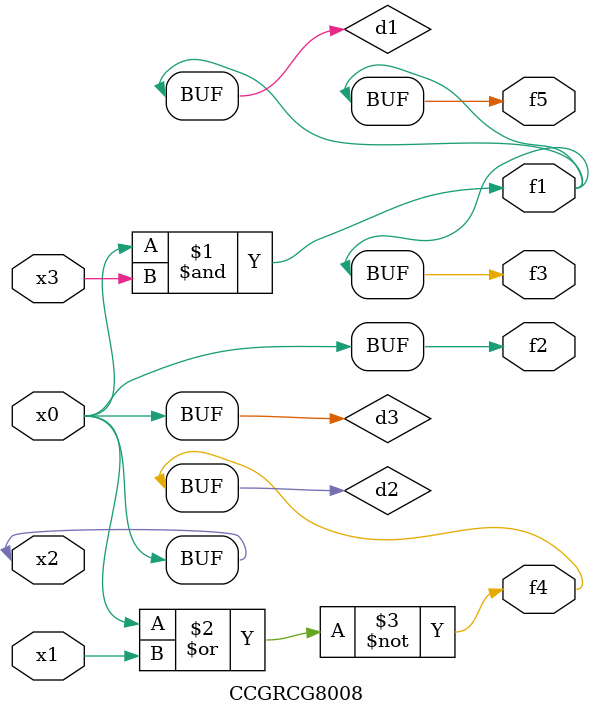
<source format=v>
module CCGRCG8008(
	input x0, x1, x2, x3,
	output f1, f2, f3, f4, f5
);

	wire d1, d2, d3;

	and (d1, x2, x3);
	nor (d2, x0, x1);
	buf (d3, x0, x2);
	assign f1 = d1;
	assign f2 = d3;
	assign f3 = d1;
	assign f4 = d2;
	assign f5 = d1;
endmodule

</source>
